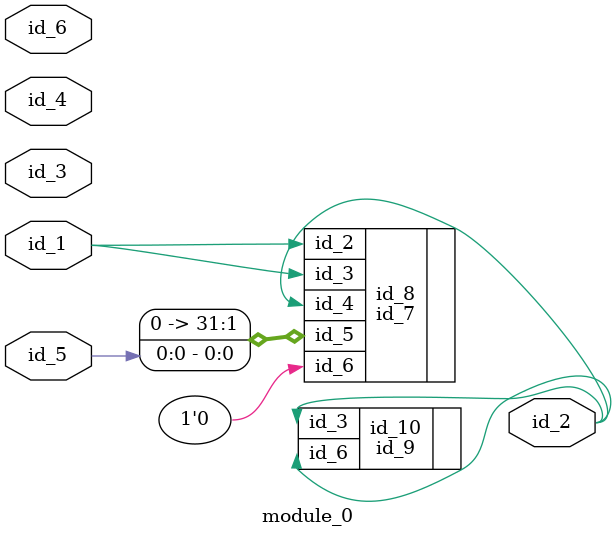
<source format=v>
module module_0 (
    id_1,
    id_2,
    id_3,
    id_4,
    id_5,
    id_6
);
  input id_6;
  input id_5;
  input id_4;
  input id_3;
  output id_2;
  input id_1;
  id_7 id_8 (
      .id_4(id_5),
      .id_6(1'b0),
      .id_4(id_5),
      .id_2(id_1),
      .id_3(id_1),
      .id_4(id_6),
      .id_5((1 ? id_5 : 1)),
      .id_4(id_2)
  );
  id_9 id_10 (
      .id_3(id_2),
      .id_6(id_2)
  );
endmodule

</source>
